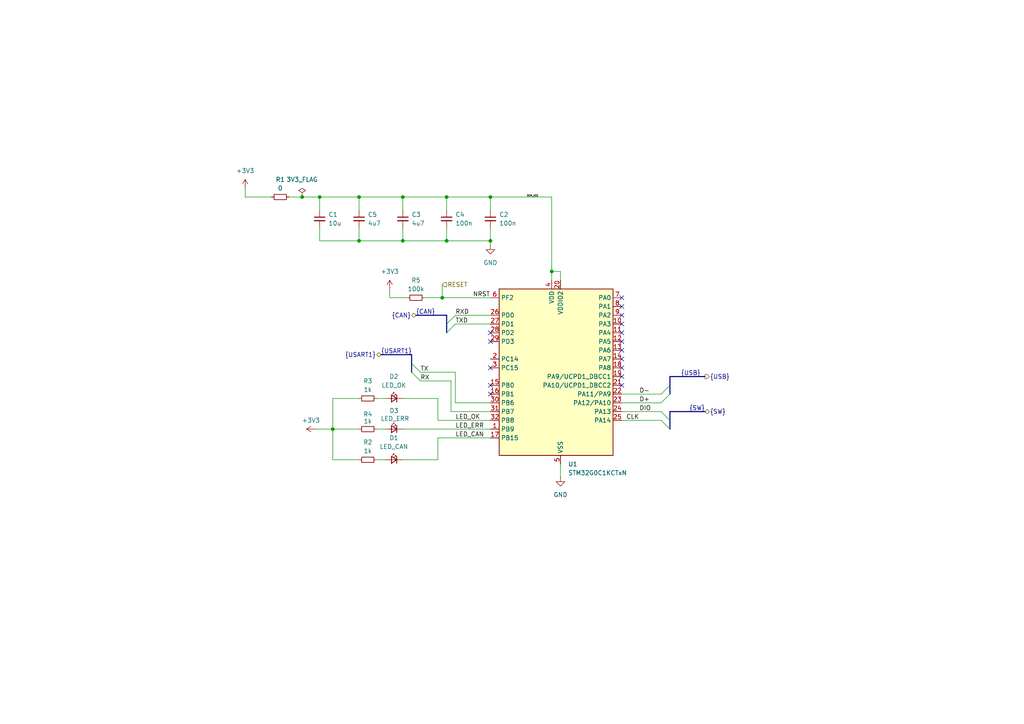
<source format=kicad_sch>
(kicad_sch (version 20250114) (generator "eeschema") (generator_version "9.0")
  (paper "A4")
  (lib_symbols
    (symbol "Device:C_Small" (pin_numbers (hide yes)) (pin_names (offset 0.254) (hide yes))
      (property "Reference" "C" (at 0.254 1.778 0))
      (property "Value" "C_Small" (at 0.254 -2.032 0))
      (symbol "C_Small_0_1"
        (polyline (pts (xy -1.524 0.508) (xy 1.524 0.508)) (stroke (width 0.3048)))
        (polyline (pts (xy -1.524 -0.508) (xy 1.524 -0.508)) (stroke (width 0.3302)))
      )
      (symbol "C_Small_1_1"
        (pin passive line (at 0 2.54 270) (length 2.032) (name "~") (number "1"))
        (pin passive line (at 0 -2.54 90) (length 2.032) (name "~") (number "2"))
      )
    )
    (symbol "Device:LED_Small" (pin_numbers (hide yes)) (pin_names (offset 0.254) (hide yes))
      (property "Reference" "D" (at -1.27 3.175 0))
      (property "Value" "LED_Small" (at -4.445 -2.54 0))
      (symbol "LED_Small_0_1"
        (polyline (pts (xy -0.762 -1.016) (xy -0.762 1.016)) (stroke (width 0.254)))
        (polyline (pts (xy 0 0.762) (xy -0.508 1.27) (xy -0.254 1.27) (xy -0.508 1.27) (xy -0.508 1.016)))
        (polyline (pts (xy 0.508 1.27) (xy 0 1.778) (xy 0.254 1.778) (xy 0 1.778) (xy 0 1.524)))
        (polyline (pts (xy 0.762 -1.016) (xy -0.762 0) (xy 0.762 1.016) (xy 0.762 -1.016)) (stroke (width 0.254)))
        (polyline (pts (xy 1.016 0) (xy -0.762 0)))
      )
      (symbol "LED_Small_1_1"
        (pin passive line (at -2.54 0 0) (length 1.778) (name "K") (number "1"))
        (pin passive line (at 2.54 0 180) (length 1.778) (name "A") (number "2"))
      )
    )
    (symbol "Device:R_Small" (pin_numbers (hide yes)) (pin_names (offset 0.254) (hide yes))
      (property "Reference" "R" (at 0.762 0.508 0))
      (property "Value" "R_Small" (at 0.762 -1.016 0))
      (symbol "R_Small_0_1"
        (rectangle (start -0.762 1.778) (end 0.762 -1.778) (stroke (width 0.2032)))
      )
      (symbol "R_Small_1_1"
        (pin passive line (at 0 2.54 270) (length 0.762) (name "~") (number "1"))
        (pin passive line (at 0 -2.54 90) (length 0.762) (name "~") (number "2"))
      )
    )
    (symbol "MCU_ST_STM32G0:STM32G0C1KCTxN"
      (property "Reference" "U1" (at 4.7341 -25.4 0))
      (property "Value" "STM32G0C1KCTxN" (at 4.7341 -27.94 0))
      (symbol "STM32G0C1KCTxN_0_1"
        (rectangle (start -15.24 -22.86) (end 17.78 25.4) (stroke (width 0.254)) (fill (type background)))
      )
      (symbol "STM32G0C1KCTxN_1_1"
        (pin bidirectional line (at -17.78 22.86 0) (length 2.54) (name "PF2") (number "6"))
        (pin bidirectional line (at -17.78 17.78 0) (length 2.54) (name "PD0") (number "26"))
        (pin bidirectional line (at -17.78 15.24 0) (length 2.54) (name "PD1") (number "27"))
        (pin bidirectional line (at -17.78 12.7 0) (length 2.54) (name "PD2") (number "28"))
        (pin bidirectional line (at -17.78 10.16 0) (length 2.54) (name "PD3") (number "29"))
        (pin bidirectional line (at -17.78 5.08 0) (length 2.54) (name "PC14") (number "2"))
        (pin bidirectional line (at -17.78 2.54 0) (length 2.54) (name "PC15") (number "3"))
        (pin bidirectional line (at -17.78 -2.54 0) (length 2.54) (name "PB0") (number "15"))
        (pin bidirectional line (at -17.78 -5.08 0) (length 2.54) (name "PB1") (number "16"))
        (pin bidirectional line (at -17.78 -7.62 0) (length 2.54) (name "PB6") (number "30"))
        (pin bidirectional line (at -17.78 -10.16 0) (length 2.54) (name "PB7") (number "31"))
        (pin bidirectional line (at -17.78 -12.7 0) (length 2.54) (name "PB8") (number "32"))
        (pin bidirectional line (at -17.78 -15.24 0) (length 2.54) (name "PB9") (number "1"))
        (pin bidirectional line (at -17.78 -17.78 0) (length 2.54) (name "PB15") (number "17"))
        (pin power_in line (at 0 27.94 270) (length 2.54) (name "VDD") (number "4"))
        (pin power_in line (at 2.54 27.94 270) (length 2.54) (name "VDDIO2") (number "20"))
        (pin power_out line (at 2.54 -25.4 90) (length 2.54) (name "VSS") (number "5"))
        (pin bidirectional line (at 20.32 22.86 180) (length 2.54) (name "PA0") (number "7"))
        (pin bidirectional line (at 20.32 20.32 180) (length 2.54) (name "PA1") (number "8"))
        (pin bidirectional line (at 20.32 17.78 180) (length 2.54) (name "PA2") (number "9"))
        (pin bidirectional line (at 20.32 15.24 180) (length 2.54) (name "PA3") (number "10"))
        (pin bidirectional line (at 20.32 12.7 180) (length 2.54) (name "PA4") (number "11"))
        (pin bidirectional line (at 20.32 10.16 180) (length 2.54) (name "PA5") (number "12"))
        (pin bidirectional line (at 20.32 7.62 180) (length 2.54) (name "PA6") (number "13"))
        (pin bidirectional line (at 20.32 5.08 180) (length 2.54) (name "PA7") (number "14"))
        (pin bidirectional line (at 20.32 2.54 180) (length 2.54) (name "PA8") (number "18"))
        (pin bidirectional line (at 20.32 0 180) (length 2.54) (name "PA9/UCPD1_DBCC1") (number "19"))
        (pin bidirectional line (at 20.32 -2.54 180) (length 2.54) (name "PA10/UCPD1_DBCC2") (number "21"))
        (pin bidirectional line (at 20.32 -5.08 180) (length 2.54) (name "PA11/PA9") (number "22"))
        (pin bidirectional line (at 20.32 -7.62 180) (length 2.54) (name "PA12/PA10") (number "23"))
        (pin bidirectional line (at 20.32 -10.16 180) (length 2.54) (name "PA13") (number "24"))
        (pin bidirectional line (at 20.32 -12.7 180) (length 2.54) (name "PA14") (number "25"))
      )
    )
    (symbol "power:+3V3" (power) (pin_numbers (hide yes)) (pin_names (offset 0) (hide yes))
      (property "Value" "+3V3" (at 0 3.556 0))
      (symbol "+3V3_0_1"
        (polyline (pts (xy -0.762 1.27) (xy 0 2.54)))
        (polyline (pts (xy 0 2.54) (xy 0.762 1.27)))
        (polyline (pts (xy 0 0) (xy 0 2.54)))
      )
      (symbol "+3V3_1_1"
        (pin power_in line (at 0 0 90) (length 0) (name "~") (number "1"))
      )
    )
    (symbol "power:GND" (power) (pin_numbers (hide yes)) (pin_names (offset 0) (hide yes))
      (property "Value" "GND" (at 0 -3.81 0))
      (symbol "GND_0_1"
        (polyline (pts (xy 0 0) (xy 0 -1.27) (xy 1.27 -1.27) (xy 0 -2.54) (xy -1.27 -1.27) (xy 0 -1.27)))
      )
      (symbol "GND_1_1"
        (pin power_in line (at 0 0 270) (length 0) (name "~") (number "1"))
      )
    )
    (symbol "power:PWR_FLAG" (power) (pin_numbers (hide yes)) (pin_names (offset 0) (hide yes))
      (property "Value" "PWR_FLAG" (at 0 3.81 0))
      (symbol "PWR_FLAG_0_0"
        (pin power_out line (at 0 0 90) (length 0) (name "~") (number "1"))
      )
      (symbol "PWR_FLAG_0_1"
        (polyline (pts (xy 0 0) (xy 0 1.27) (xy -1.016 1.905) (xy 0 2.54) (xy 1.016 1.905) (xy 0 1.27)))
      )
    )
  )
  (junction (at 104.14 69.85))
  (junction (at 116.84 69.85))
  (junction (at 142.24 57.15))
  (junction (at 160.02 78.74))
  (junction (at 92.71 57.15))
  (junction (at 142.24 69.85))
  (junction (at 128.27 86.36))
  (junction (at 96.52 124.46))
  (junction (at 104.14 57.15))
  (junction (at 116.84 57.15))
  (junction (at 87.63 57.15))
  (junction (at 129.54 57.15))
  (junction (at 129.54 69.85))
  (no_connect (at 180.34 104.14))
  (no_connect (at 142.24 96.52))
  (no_connect (at 180.34 96.52))
  (no_connect (at 142.24 99.06))
  (no_connect (at 180.34 101.6))
  (no_connect (at 180.34 109.22))
  (no_connect (at 180.34 99.06))
  (no_connect (at 142.24 114.3))
  (no_connect (at 180.34 86.36))
  (no_connect (at 180.34 91.44))
  (no_connect (at 180.34 111.76))
  (no_connect (at 142.24 106.68))
  (no_connect (at 142.24 111.76))
  (no_connect (at 180.34 88.9))
  (no_connect (at 180.34 93.98))
  (no_connect (at 180.34 106.68))
  (bus_entry (at 119.38 107.95) (size 2.54 2.54))
  (bus_entry (at 132.08 93.98) (size -2.54 2.54))
  (bus_entry (at 132.08 91.44) (size -2.54 2.54))
  (bus_entry (at 194.31 111.76) (size -2.54 2.54))
  (bus_entry (at 119.38 105.41) (size 2.54 2.54))
  (bus_entry (at 194.31 124.46) (size -2.54 -2.54))
  (bus_entry (at 194.31 114.3) (size -2.54 2.54))
  (bus_entry (at 194.31 121.92) (size -2.54 -2.54))
  (wire (pts (xy 162.56 78.74) (xy 162.56 81.28)))
  (wire (pts (xy 104.14 69.85) (xy 116.84 69.85)))
  (bus (pts (xy 194.31 119.38) (xy 194.31 121.92)))
  (wire (pts (xy 127 121.92) (xy 142.24 121.92)))
  (wire (pts (xy 132.08 107.95) (xy 132.08 116.84)))
  (bus (pts (xy 194.31 119.38) (xy 204.47 119.38)))
  (wire (pts (xy 142.24 57.15) (xy 142.24 60.96)))
  (wire (pts (xy 71.12 57.15) (xy 78.74 57.15)))
  (wire (pts (xy 160.02 78.74) (xy 162.56 78.74)))
  (wire (pts (xy 109.22 124.46) (xy 111.76 124.46)))
  (wire (pts (xy 116.84 66.04) (xy 116.84 69.85)))
  (wire (pts (xy 121.92 107.95) (xy 132.08 107.95)))
  (wire (pts (xy 127 127) (xy 142.24 127)))
  (wire (pts (xy 104.14 124.46) (xy 96.52 124.46)))
  (wire (pts (xy 92.71 66.04) (xy 92.71 69.85)))
  (wire (pts (xy 129.54 57.15) (xy 129.54 60.96)))
  (wire (pts (xy 96.52 115.57) (xy 104.14 115.57)))
  (bus (pts (xy 194.31 121.92) (xy 194.31 124.46)))
  (wire (pts (xy 180.34 114.3) (xy 191.77 114.3)))
  (wire (pts (xy 128.27 82.55) (xy 128.27 86.36)))
  (wire (pts (xy 142.24 69.85) (xy 142.24 71.12)))
  (wire (pts (xy 116.84 133.35) (xy 127 133.35)))
  (wire (pts (xy 127 133.35) (xy 127 127)))
  (wire (pts (xy 160.02 57.15) (xy 160.02 78.74)))
  (wire (pts (xy 130.81 119.38) (xy 142.24 119.38)))
  (bus (pts (xy 129.54 91.44) (xy 120.65 91.44)))
  (wire (pts (xy 104.14 66.04) (xy 104.14 69.85)))
  (wire (pts (xy 91.44 124.46) (xy 96.52 124.46)))
  (wire (pts (xy 83.82 57.15) (xy 87.63 57.15)))
  (wire (pts (xy 128.27 86.36) (xy 142.24 86.36)))
  (wire (pts (xy 96.52 133.35) (xy 96.52 124.46)))
  (wire (pts (xy 142.24 57.15) (xy 160.02 57.15)))
  (wire (pts (xy 71.12 54.61) (xy 71.12 57.15)))
  (wire (pts (xy 129.54 69.85) (xy 142.24 69.85)))
  (wire (pts (xy 132.08 93.98) (xy 142.24 93.98)))
  (wire (pts (xy 180.34 119.38) (xy 191.77 119.38)))
  (wire (pts (xy 109.22 133.35) (xy 111.76 133.35)))
  (wire (pts (xy 92.71 57.15) (xy 104.14 57.15)))
  (wire (pts (xy 129.54 57.15) (xy 142.24 57.15)))
  (wire (pts (xy 116.84 57.15) (xy 129.54 57.15)))
  (wire (pts (xy 116.84 57.15) (xy 116.84 60.96)))
  (wire (pts (xy 104.14 57.15) (xy 116.84 57.15)))
  (wire (pts (xy 118.11 86.36) (xy 113.03 86.36)))
  (wire (pts (xy 127 115.57) (xy 127 121.92)))
  (wire (pts (xy 92.71 69.85) (xy 104.14 69.85)))
  (wire (pts (xy 162.56 134.62) (xy 162.56 138.43)))
  (wire (pts (xy 132.08 116.84) (xy 142.24 116.84)))
  (wire (pts (xy 121.92 110.49) (xy 130.81 110.49)))
  (wire (pts (xy 180.34 116.84) (xy 191.77 116.84)))
  (wire (pts (xy 160.02 78.74) (xy 160.02 81.28)))
  (wire (pts (xy 180.34 121.92) (xy 191.77 121.92)))
  (wire (pts (xy 142.24 66.04) (xy 142.24 69.85)))
  (bus (pts (xy 194.31 109.22) (xy 194.31 111.76)))
  (wire (pts (xy 96.52 124.46) (xy 96.52 115.57)))
  (wire (pts (xy 123.19 86.36) (xy 128.27 86.36)))
  (wire (pts (xy 132.08 91.44) (xy 142.24 91.44)))
  (bus (pts (xy 119.38 102.87) (xy 119.38 105.41)))
  (bus (pts (xy 194.31 109.22) (xy 204.47 109.22)))
  (wire (pts (xy 104.14 57.15) (xy 104.14 60.96)))
  (wire (pts (xy 116.84 69.85) (xy 129.54 69.85)))
  (wire (pts (xy 92.71 60.96) (xy 92.71 57.15)))
  (bus (pts (xy 129.54 93.98) (xy 129.54 96.52)))
  (wire (pts (xy 109.22 115.57) (xy 111.76 115.57)))
  (bus (pts (xy 110.49 102.87) (xy 119.38 102.87)))
  (wire (pts (xy 129.54 66.04) (xy 129.54 69.85)))
  (wire (pts (xy 87.63 57.15) (xy 92.71 57.15)))
  (wire (pts (xy 113.03 83.82) (xy 113.03 86.36)))
  (wire (pts (xy 116.84 115.57) (xy 127 115.57)))
  (bus (pts (xy 129.54 91.44) (xy 129.54 93.98)))
  (wire (pts (xy 116.84 124.46) (xy 142.24 124.46)))
  (wire (pts (xy 130.81 110.49) (xy 130.81 119.38)))
  (bus (pts (xy 194.31 111.76) (xy 194.31 114.3)))
  (wire (pts (xy 104.14 133.35) (xy 96.52 133.35)))
  (bus (pts (xy 119.38 105.41) (xy 119.38 107.95)))
  (label "STM_VCC" (at 156.21 57.15 180) (effects (font (size 0.5 0.5))))
  (label "{SW}" (at 204.47 119.38 180))
  (label "TX" (at 121.92 107.95 0))
  (label "{CAN}" (at 120.65 91.44 0))
  (label "DIO" (at 185.42 119.38 0))
  (label "LED_CAN" (at 132.08 127 0))
  (label "{USART1}" (at 110.49 102.87 0))
  (label "CLK" (at 181.61 121.92 0))
  (label "{USB}" (at 203.2 109.22 180))
  (label "D-" (at 185.42 114.3 0))
  (label "D+" (at 185.42 116.84 0))
  (label "NRST" (at 137.16 86.36 0))
  (label "LED_ERR" (at 132.08 124.46 0))
  (label "RX" (at 121.92 110.49 0))
  (label "RXD" (at 132.08 91.44 0))
  (label "TXD" (at 132.08 93.98 0))
  (label "LED_OK" (at 132.08 121.92 0))
  (hierarchical_label "{SW}" (shape bidirectional) (at 204.47 119.38 0))
  (hierarchical_label "{CAN}" (shape bidirectional) (at 120.65 91.44 180))
  (hierarchical_label "{USB}" (shape output) (at 204.47 109.22 0))
  (hierarchical_label "RESET" (shape input) (at 128.27 82.55 0))
  (hierarchical_label "{USART1}" (shape bidirectional) (at 110.49 102.87 180))
  (symbol (lib_id "power:+3V3") (at 91.44 124.46 90) (unit 1)
    (property "Reference" "#PWR02" (effects (hide yes)))
    (property "Value" "+3V3" (at 90.17 121.92 90))
    (property "Description" "Power symbol creates a global label with name \"+3V3\"" (effects (hide yes)))
  )
  (symbol (lib_id "power:+3V3") (at 71.12 54.61 0) (unit 1)
    (property "Reference" "#PWR01" (effects (hide yes)))
    (property "Value" "+3V3" (at 71.12 49.53 0))
    (property "Description" "Power symbol creates a global label with name \"+3V3\"" (effects (hide yes)))
  )
  (symbol (lib_id "Device:C_Small") (at 92.71 63.5 0) (unit 1)
    (property "Reference" "C1" (at 95.25 62.2363 0) (effects (justify left)))
    (property "Value" "10u" (at 95.25 64.7763 0) (effects (justify left)))
    (property "Footprint" "Capacitor_SMD:C_0603_1608Metric_Pad1.08x0.95mm_HandSolder" (effects (hide yes)))
    (property "Datasheet" "https://www.mouser.pl/datasheet/2/281/1/GRM188R6YA106MA73_01A-1985794.pdf" (effects (hide yes)))
    (property "m" "C0603C104K5RAC3121" (effects (hide yes)))
    (property "Mouser Price/Stock" "https://www.mouser.pl/ProductDetail/Murata-Electronics/GRM188R6YA106MA73J?qs=5aG0NVq1C4xLSwNPdfnaYg%3D%3D" (effects (hide yes)))
  )
  (symbol (lib_id "power:GND") (at 162.56 138.43 0) (unit 1)
    (property "Reference" "#PWR06" (effects (hide yes)))
    (property "Value" "GND" (at 162.56 143.51 0))
  )
  (symbol (lib_id "MCU_ST_STM32G0:STM32G0C1KCTxN") (at 160.02 109.22 0) (unit 1)
    (property "Reference" "U1" (at 164.7541 134.62 0) (effects (justify left)))
    (property "Value" "STM32G0C1KCTxN" (at 164.7541 137.16 0) (effects (justify left)))
    (property "Footprint" "Package_QFP:LQFP-32_7x7mm_P0.8mm" (effects (hide yes)))
    (property "Datasheet" "https://www.st.com/resource/en/datasheet/stm32g0c1kc.pdf" (effects (hide yes)))
    (property "Mouser Price/Stock" "https://www.mouser.pl/ProductDetail/STMicroelectronics/STM32G0C1KCT6N?qs=iLbezkQI%252Bshu4f%252BBp0CpFw%3D%3D" (effects (hide yes)))
  )
  (symbol (lib_id "Device:C_Small") (at 142.24 63.5 0) (unit 1)
    (property "Reference" "C2" (at 144.78 62.2363 0) (effects (justify left)))
    (property "Value" "100n" (at 144.78 64.7763 0) (effects (justify left)))
    (property "Footprint" "Capacitor_SMD:C_0603_1608Metric_Pad1.08x0.95mm_HandSolder" (effects (hide yes)))
    (property "Datasheet" "https://www.mouser.pl/datasheet/2/281/1/GRM033R6YA104ME14_01A-1982036.pdf" (effects (hide yes)))
    (property "m" "C0603C104K5RAC3121" (effects (hide yes)))
    (property "Mouser Price/Stock" "https://www.mouser.pl/ProductDetail/Murata-Electronics/GRM033R6YA104ME14D?qs=P%2FC4Eoq9CDwjSVlAMBrT%252Bw%3D%3D" (effects (hide yes)))
  )
  (symbol (lib_id "Device:R_Small") (at 106.68 115.57 90) (unit 1)
    (property "Reference" "R3" (at 106.68 110.49 90))
    (property "Value" "1k" (at 106.68 113.03 90))
    (property "Footprint" "Resistor_SMD:R_0603_1608Metric_Pad0.98x0.95mm_HandSolder" (effects (hide yes)))
    (property "Datasheet" "https://www.vishay.com/docs/20035/dcrcwe3.pdf" (effects (hide yes)))
    (property "Description" "Resistor, small symbol" (effects (hide yes)))
    (property "Mouser Price/Stock" "https://www.mouser.pl/ProductDetail/Vishay-Dale/CRCW06031K00FKED?qs=sGAEpiMZZMtlubZbdhIBIKbhzOdzan%2FGTch9K0lp5pQ%3D" (effects (hide yes)))
  )
  (symbol (lib_id "Device:R_Small") (at 120.65 86.36 90) (unit 1)
    (property "Reference" "R5" (at 120.65 81.28 90))
    (property "Value" "100k" (at 120.65 83.82 90))
    (property "Footprint" "Resistor_SMD:R_0603_1608Metric_Pad0.98x0.95mm_HandSolder" (effects (hide yes)))
    (property "Datasheet" "https://www.koaspeer.com/pdfs/RK73B.pdf" (effects (hide yes)))
    (property "Description" "Resistor, small symbol" (effects (hide yes)))
    (property "Mouser" "https://www.mouser.pl/ProductDetail/KOA-Speer/RK73Z1JTTDD?qs=sGAEpiMZZMtlubZbdhIBIOIkEhSyZ1IOpjyUKjVzbOA%3D" (effects (hide yes)))
    (property "Mouser Price/Stock" "https://www.mouser.pl/ProductDetail/KOA-Speer/RK73B1JTTD104J?qs=sGAEpiMZZMvdGkrng054t2HaaJFon%252B0pQ1vDU7rpyKc%3D" (effects (hide yes)))
  )
  (symbol (lib_id "Device:LED_Small") (at 114.3 133.35 0) (mirror y) (unit 1)
    (property "Reference" "D1" (at 114.2365 127 0))
    (property "Value" "LED_CAN" (at 114.2365 129.54 0))
    (property "Footprint" "LED_SMD:LED_0603_1608Metric_Pad1.05x0.95mm_HandSolder" (effects (hide yes)))
    (property "Datasheet" "https://www.we-online.com/components/products/datasheet/150060SS75000.pdf" (effects (hide yes)))
    (property "Description" "Light emitting diode, small symbol" (effects (hide yes)))
    (property "Sim.Pin" "1=K 2=A" (effects (hide yes)))
    (property "Mouser Price/Stock" "https://www.mouser.pl/ProductDetail/Wurth-Elektronik/150060SS75000?qs=LlUlMxKIyB0oQaxwspeTEA%3D%3D" (effects (hide yes)))
  )
  (symbol (lib_id "power:PWR_FLAG") (at 87.63 57.15 0) (unit 1)
    (property "Reference" "#FLG01" (effects (hide yes)))
    (property "Value" "3V3_FLAG" (at 87.63 52.07 0))
    (property "Description" "Special symbol for telling ERC where power comes from" (effects (hide yes)))
  )
  (symbol (lib_id "Device:C_Small") (at 116.84 63.5 0) (unit 1)
    (property "Reference" "C3" (at 119.38 62.2362 0) (effects (justify left)))
    (property "Value" "4u7" (at 119.38 64.7762 0) (effects (justify left)))
    (property "Footprint" "Capacitor_SMD:C_0603_1608Metric_Pad1.08x0.95mm_HandSolder" (effects (hide yes)))
    (property "Datasheet" "https://www.mouser.pl/datasheet/2/281/1/GRM188C81E475KE11_01A-1985687.pdf" (effects (hide yes)))
    (property "m" "CL10A475KQ8NNNL" (effects (hide yes)))
    (property "Mouser Price/Stock" "https://www.mouser.pl/ProductDetail/Murata-Electronics/GRM188C81E475KE11D?qs=eeBpzGFlv%252B9GKNHODRacqQ%3D%3D" (effects (hide yes)))
  )
  (symbol (lib_id "Device:R_Small") (at 106.68 124.46 270) (mirror x) (unit 1)
    (property "Reference" "R4" (at 106.68 120.142 90))
    (property "Value" "1k" (at 106.68 122.174 90))
    (property "Footprint" "Resistor_SMD:R_0603_1608Metric_Pad0.98x0.95mm_HandSolder" (effects (hide yes)))
    (property "Datasheet" "https://www.vishay.com/docs/20035/dcrcwe3.pdf" (effects (hide yes)))
    (property "Description" "Resistor, small symbol" (effects (hide yes)))
    (property "Mouser Price/Stock" "https://www.mouser.pl/ProductDetail/Vishay-Dale/CRCW06031K00FKED?qs=sGAEpiMZZMtlubZbdhIBIKbhzOdzan%2FGTch9K0lp5pQ%3D" (effects (hide yes)))
  )
  (symbol (lib_id "Device:C_Small") (at 129.54 63.5 0) (unit 1)
    (property "Reference" "C4" (at 132.08 62.2362 0) (effects (justify left)))
    (property "Value" "100n" (at 132.08 64.7762 0) (effects (justify left)))
    (property "Footprint" "Capacitor_SMD:C_0603_1608Metric_Pad1.08x0.95mm_HandSolder" (effects (hide yes)))
    (property "Datasheet" "https://www.mouser.pl/datasheet/2/281/1/GRM033R6YA104ME14_01A-1982036.pdf" (effects (hide yes)))
    (property "m" "C0603C104K5RAC3121" (effects (hide yes)))
    (property "Mouser Price/Stock" "https://www.mouser.pl/ProductDetail/Murata-Electronics/GRM033R6YA104ME14D?qs=P%2FC4Eoq9CDwjSVlAMBrT%252Bw%3D%3D" (effects (hide yes)))
  )
  (symbol (lib_id "Device:C_Small") (at 104.14 63.5 0) (unit 1)
    (property "Reference" "C5" (at 106.68 62.2363 0) (effects (justify left)))
    (property "Value" "4u7" (at 106.68 64.77 0) (effects (justify left)))
    (property "Footprint" "Capacitor_SMD:C_0603_1608Metric_Pad1.08x0.95mm_HandSolder" (effects (hide yes)))
    (property "Datasheet" "https://www.mouser.pl/datasheet/2/281/1/GRM188C81E475KE11_01A-1985687.pdf" (effects (hide yes)))
    (property "m" "CL10A475KQ8NNNL" (effects (hide yes)))
    (property "Mouser Price/Stock" "https://www.mouser.pl/ProductDetail/Murata-Electronics/GRM188C81E475KE11D?qs=eeBpzGFlv%252B9GKNHODRacqQ%3D%3D" (effects (hide yes)))
  )
  (symbol (lib_id "Device:R_Small") (at 81.28 57.15 90) (unit 1)
    (property "Reference" "R1" (at 81.28 52.07 90))
    (property "Value" "0" (at 81.28 54.61 90))
    (property "Footprint" "Resistor_SMD:R_0603_1608Metric_Pad0.98x0.95mm_HandSolder" (effects (hide yes)))
    (property "Datasheet" "https://www.vishay.com/docs/20035/dcrcwe3.pdf" (effects (hide yes)))
    (property "Description" "Resistor, small symbol" (effects (hide yes)))
    (property "Mouser" "https://www.mouser.pl/ProductDetail/KOA-Speer/RK73Z1JTTDD?qs=sGAEpiMZZMtlubZbdhIBIOIkEhSyZ1IOpjyUKjVzbOA%3D" (effects (hide yes)))
    (property "Mouser Price/Stock" "https://www.mouser.pl/ProductDetail/Vishay-Dale/CRCW06030000Z0ED?qs=sGAEpiMZZMtlubZbdhIBIKbhzOdzan%2FGQpe36dKZ2cw%3D" (effects (hide yes)))
  )
  (symbol (lib_id "power:GND") (at 142.24 71.12 0) (unit 1)
    (property "Reference" "#PWR05" (effects (hide yes)))
    (property "Value" "GND" (at 142.24 76.2 0))
  )
  (symbol (lib_id "power:+3V3") (at 113.03 83.82 0) (unit 1)
    (property "Reference" "#PWR04" (effects (hide yes)))
    (property "Value" "+3V3" (at 113.03 78.74 0))
    (property "Description" "Power symbol creates a global label with name \"+3V3\"" (effects (hide yes)))
  )
  (symbol (lib_id "Device:LED_Small") (at 114.3 115.57 0) (mirror y) (unit 1)
    (property "Reference" "D2" (at 114.2365 109.22 0))
    (property "Value" "LED_OK" (at 114.2365 111.76 0))
    (property "Footprint" "LED_SMD:LED_0603_1608Metric_Pad1.05x0.95mm_HandSolder" (effects (hide yes)))
    (property "Datasheet" "https://www.we-online.com/components/products/datasheet/150060SS75000.pdf" (effects (hide yes)))
    (property "Description" "Light emitting diode, small symbol" (effects (hide yes)))
    (property "Sim.Pin" "1=K 2=A" (effects (hide yes)))
    (property "Mouser Price/Stock" "https://www.mouser.pl/ProductDetail/Wurth-Elektronik/150060SS75000?qs=LlUlMxKIyB0oQaxwspeTEA%3D%3D" (effects (hide yes)))
  )
  (symbol (lib_id "Device:LED_Small") (at 114.3 124.46 0) (mirror y) (unit 1)
    (property "Reference" "D3" (at 114.3 119.126 0))
    (property "Value" "LED_ERR" (at 114.554 121.412 0))
    (property "Footprint" "LED_SMD:LED_0603_1608Metric_Pad1.05x0.95mm_HandSolder" (effects (hide yes)))
    (property "Datasheet" "https://www.we-online.com/components/products/datasheet/150060SS75000.pdf" (effects (hide yes)))
    (property "Description" "Light emitting diode, small symbol" (effects (hide yes)))
    (property "Sim.Pin" "1=K 2=A" (effects (hide yes)))
    (property "Mouser Price/Stock" "https://www.mouser.pl/ProductDetail/Wurth-Elektronik/150060SS75000?qs=LlUlMxKIyB0oQaxwspeTEA%3D%3D" (effects (hide yes)))
  )
  (symbol (lib_id "Device:R_Small") (at 106.68 133.35 90) (unit 1)
    (property "Reference" "R2" (at 106.68 128.27 90))
    (property "Value" "1k" (at 106.68 130.81 90))
    (property "Footprint" "Resistor_SMD:R_0603_1608Metric_Pad0.98x0.95mm_HandSolder" (effects (hide yes)))
    (property "Datasheet" "https://www.vishay.com/docs/20035/dcrcwe3.pdf" (effects (hide yes)))
    (property "Description" "Resistor, small symbol" (effects (hide yes)))
    (property "Mouser Price/Stock" "https://www.mouser.pl/ProductDetail/Vishay-Dale/CRCW06031K00FKED?qs=sGAEpiMZZMtlubZbdhIBIKbhzOdzan%2FGTch9K0lp5pQ%3D" (effects (hide yes)))
  )
)
</source>
